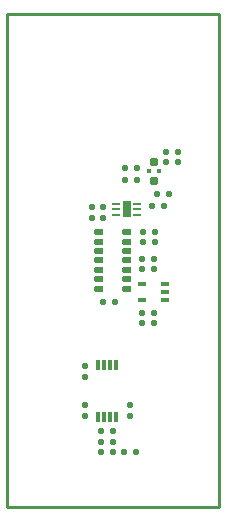
<source format=gbp>
G04*
G04 #@! TF.GenerationSoftware,Altium Limited,CircuitStudio,1.5.1 (13)*
G04*
G04 Layer_Color=128*
%FSLAX25Y25*%
%MOIN*%
G70*
G01*
G75*
G04:AMPARAMS|DCode=10|XSize=19.69mil|YSize=19.69mil|CornerRadius=1.97mil|HoleSize=0mil|Usage=FLASHONLY|Rotation=180.000|XOffset=0mil|YOffset=0mil|HoleType=Round|Shape=RoundedRectangle|*
%AMROUNDEDRECTD10*
21,1,0.01969,0.01575,0,0,180.0*
21,1,0.01575,0.01969,0,0,180.0*
1,1,0.00394,-0.00787,0.00787*
1,1,0.00394,0.00787,0.00787*
1,1,0.00394,0.00787,-0.00787*
1,1,0.00394,-0.00787,-0.00787*
%
%ADD10ROUNDEDRECTD10*%
G04:AMPARAMS|DCode=15|XSize=35mil|YSize=12.01mil|CornerRadius=1.5mil|HoleSize=0mil|Usage=FLASHONLY|Rotation=90.000|XOffset=0mil|YOffset=0mil|HoleType=Round|Shape=RoundedRectangle|*
%AMROUNDEDRECTD15*
21,1,0.03500,0.00901,0,0,90.0*
21,1,0.03200,0.01201,0,0,90.0*
1,1,0.00300,0.00450,0.01600*
1,1,0.00300,0.00450,-0.01600*
1,1,0.00300,-0.00450,-0.01600*
1,1,0.00300,-0.00450,0.01600*
%
%ADD15ROUNDEDRECTD15*%
G04:AMPARAMS|DCode=17|XSize=19.69mil|YSize=19.69mil|CornerRadius=1.97mil|HoleSize=0mil|Usage=FLASHONLY|Rotation=90.000|XOffset=0mil|YOffset=0mil|HoleType=Round|Shape=RoundedRectangle|*
%AMROUNDEDRECTD17*
21,1,0.01969,0.01575,0,0,90.0*
21,1,0.01575,0.01969,0,0,90.0*
1,1,0.00394,0.00787,0.00787*
1,1,0.00394,0.00787,-0.00787*
1,1,0.00394,-0.00787,-0.00787*
1,1,0.00394,-0.00787,0.00787*
%
%ADD17ROUNDEDRECTD17*%
%ADD23C,0.01000*%
G04:AMPARAMS|DCode=28|XSize=30mil|YSize=18mil|CornerRadius=0.9mil|HoleSize=0mil|Usage=FLASHONLY|Rotation=0.000|XOffset=0mil|YOffset=0mil|HoleType=Round|Shape=RoundedRectangle|*
%AMROUNDEDRECTD28*
21,1,0.03000,0.01620,0,0,0.0*
21,1,0.02820,0.01800,0,0,0.0*
1,1,0.00180,0.01410,-0.00810*
1,1,0.00180,-0.01410,-0.00810*
1,1,0.00180,-0.01410,0.00810*
1,1,0.00180,0.01410,0.00810*
%
%ADD28ROUNDEDRECTD28*%
G04:AMPARAMS|DCode=29|XSize=16mil|YSize=26mil|CornerRadius=0.8mil|HoleSize=0mil|Usage=FLASHONLY|Rotation=270.000|XOffset=0mil|YOffset=0mil|HoleType=Round|Shape=RoundedRectangle|*
%AMROUNDEDRECTD29*
21,1,0.01600,0.02440,0,0,270.0*
21,1,0.01440,0.02600,0,0,270.0*
1,1,0.00160,-0.01220,-0.00720*
1,1,0.00160,-0.01220,0.00720*
1,1,0.00160,0.01220,0.00720*
1,1,0.00160,0.01220,-0.00720*
%
%ADD29ROUNDEDRECTD29*%
G04:AMPARAMS|DCode=30|XSize=23.62mil|YSize=23.62mil|CornerRadius=2.36mil|HoleSize=0mil|Usage=FLASHONLY|Rotation=270.000|XOffset=0mil|YOffset=0mil|HoleType=Round|Shape=RoundedRectangle|*
%AMROUNDEDRECTD30*
21,1,0.02362,0.01890,0,0,270.0*
21,1,0.01890,0.02362,0,0,270.0*
1,1,0.00472,-0.00945,-0.00945*
1,1,0.00472,-0.00945,0.00945*
1,1,0.00472,0.00945,0.00945*
1,1,0.00472,0.00945,-0.00945*
%
%ADD30ROUNDEDRECTD30*%
G04:AMPARAMS|DCode=31|XSize=15.75mil|YSize=15.75mil|CornerRadius=1.58mil|HoleSize=0mil|Usage=FLASHONLY|Rotation=270.000|XOffset=0mil|YOffset=0mil|HoleType=Round|Shape=RoundedRectangle|*
%AMROUNDEDRECTD31*
21,1,0.01575,0.01260,0,0,270.0*
21,1,0.01260,0.01575,0,0,270.0*
1,1,0.00315,-0.00630,-0.00630*
1,1,0.00315,-0.00630,0.00630*
1,1,0.00315,0.00630,0.00630*
1,1,0.00315,0.00630,-0.00630*
%
%ADD31ROUNDEDRECTD31*%
G04:AMPARAMS|DCode=32|XSize=24.02mil|YSize=55.91mil|CornerRadius=1.2mil|HoleSize=0mil|Usage=FLASHONLY|Rotation=180.000|XOffset=0mil|YOffset=0mil|HoleType=Round|Shape=RoundedRectangle|*
%AMROUNDEDRECTD32*
21,1,0.02402,0.05350,0,0,180.0*
21,1,0.02161,0.05591,0,0,180.0*
1,1,0.00240,-0.01081,0.02675*
1,1,0.00240,0.01081,0.02675*
1,1,0.00240,0.01081,-0.02675*
1,1,0.00240,-0.01081,-0.02675*
%
%ADD32ROUNDEDRECTD32*%
G04:AMPARAMS|DCode=33|XSize=26.58mil|YSize=9.84mil|CornerRadius=0.49mil|HoleSize=0mil|Usage=FLASHONLY|Rotation=180.000|XOffset=0mil|YOffset=0mil|HoleType=Round|Shape=RoundedRectangle|*
%AMROUNDEDRECTD33*
21,1,0.02658,0.00886,0,0,180.0*
21,1,0.02559,0.00984,0,0,180.0*
1,1,0.00098,-0.01280,0.00443*
1,1,0.00098,0.01280,0.00443*
1,1,0.00098,0.01280,-0.00443*
1,1,0.00098,-0.01280,-0.00443*
%
%ADD33ROUNDEDRECTD33*%
D10*
X118468Y122000D02*
D03*
X114532D02*
D03*
X117598Y136286D02*
D03*
X121535D02*
D03*
X117598Y132786D02*
D03*
X121535D02*
D03*
X109531Y82500D02*
D03*
X113469D02*
D03*
X109531Y79000D02*
D03*
X113469D02*
D03*
X109531Y97000D02*
D03*
X113469D02*
D03*
X109531Y100500D02*
D03*
X113469D02*
D03*
X110031Y109500D02*
D03*
X113969D02*
D03*
X110031Y106000D02*
D03*
X113969D02*
D03*
X100469Y86000D02*
D03*
X96531D02*
D03*
X96031Y43000D02*
D03*
X99968D02*
D03*
X96031Y39500D02*
D03*
X99968D02*
D03*
Y36000D02*
D03*
X96031D02*
D03*
X107468D02*
D03*
X103532D02*
D03*
X113031Y118000D02*
D03*
X116969D02*
D03*
D15*
X95063Y47955D02*
D03*
X97031D02*
D03*
X99000D02*
D03*
X100969D02*
D03*
Y65045D02*
D03*
X99000D02*
D03*
X97031D02*
D03*
X95063D02*
D03*
D17*
X90500Y48031D02*
D03*
Y51968D02*
D03*
Y61032D02*
D03*
Y64969D02*
D03*
X105500Y51968D02*
D03*
Y48031D02*
D03*
X93000Y117968D02*
D03*
Y114032D02*
D03*
X96500Y117968D02*
D03*
Y114032D02*
D03*
X104067Y126817D02*
D03*
Y130754D02*
D03*
X108067Y126817D02*
D03*
Y130754D02*
D03*
D23*
X64567Y182214D02*
X135433D01*
Y17786D02*
Y182214D01*
X64567Y17786D02*
X135433D01*
X64567D02*
Y182214D01*
D28*
X104700Y109449D02*
D03*
X95300D02*
D03*
Y106299D02*
D03*
Y103150D02*
D03*
Y100000D02*
D03*
Y96850D02*
D03*
Y93701D02*
D03*
Y90551D02*
D03*
X104700Y106299D02*
D03*
Y103150D02*
D03*
Y100000D02*
D03*
Y96850D02*
D03*
Y93701D02*
D03*
Y90551D02*
D03*
D29*
X109700Y86941D02*
D03*
Y92059D02*
D03*
X117300Y86941D02*
D03*
Y89500D02*
D03*
Y92059D02*
D03*
D30*
X113567Y132935D02*
D03*
Y126636D02*
D03*
D31*
X111992Y129786D02*
D03*
X115142D02*
D03*
D32*
X104500Y117000D02*
D03*
D33*
X100908Y118968D02*
D03*
Y117000D02*
D03*
Y115032D02*
D03*
X108092D02*
D03*
Y117000D02*
D03*
Y118968D02*
D03*
M02*

</source>
